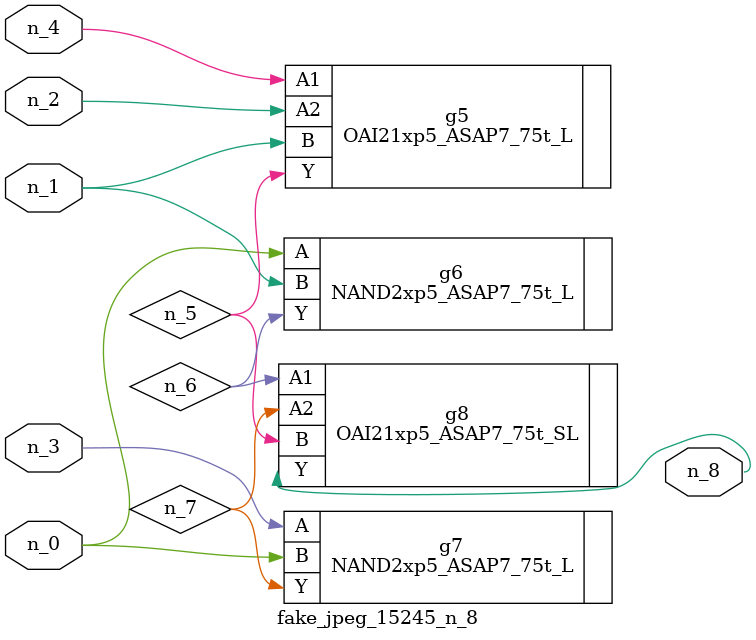
<source format=v>
module fake_jpeg_15245_n_8 (n_3, n_2, n_1, n_0, n_4, n_8);

input n_3;
input n_2;
input n_1;
input n_0;
input n_4;

output n_8;

wire n_6;
wire n_5;
wire n_7;

OAI21xp5_ASAP7_75t_L g5 ( 
.A1(n_4),
.A2(n_2),
.B(n_1),
.Y(n_5)
);

NAND2xp5_ASAP7_75t_L g6 ( 
.A(n_0),
.B(n_1),
.Y(n_6)
);

NAND2xp5_ASAP7_75t_L g7 ( 
.A(n_3),
.B(n_0),
.Y(n_7)
);

OAI21xp5_ASAP7_75t_SL g8 ( 
.A1(n_6),
.A2(n_7),
.B(n_5),
.Y(n_8)
);


endmodule
</source>
